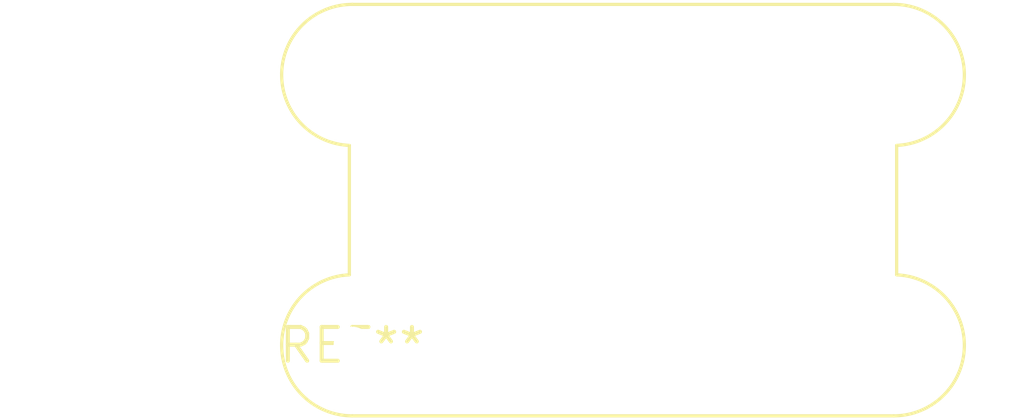
<source format=kicad_pcb>
(kicad_pcb (version 20240108) (generator pcbnew)
  (layers (0 "F.Cu" signal) (31 "B.Cu" signal) (34 "B.Paste" user) (35 "F.Paste" user) (36 "B.SilkS" user "B.Silkscreen") (37 "F.SilkS" user "F.Silkscreen") (38 "B.Mask" user) (39 "F.Mask" user) (44 "Edge.Cuts" user))
  (net 0 "")
  (footprint "L_Mount_Lodestone_VTM120" (layer "F.Cu") (at 0 0)
    (property "Reference" "REF**")
    (property "Value" "L_Mount_Lodestone_VTM120")
    (fp_line (start -0.11 -2.65) (end -0.11 -7.51) (layer "F.SilkS") (stroke (width 0.12)))
    (fp_line (start 0 -12.81) (end 20.32 -12.81) (layer "F.SilkS") (stroke (width 0.12)))
    (fp_line (start 0 2.65) (end 20.32 2.65) (layer "F.SilkS") (stroke (width 0.12)))
    (fp_line (start 20.43 -2.65) (end 20.43 -7.51) (layer "F.SilkS") (stroke (width 0.12)))
    (fp_arc (start -0.11097 -7.512325) (mid -2.649418 -10.215497) (end 0 -12.81) (layer "F.SilkS") (stroke (width 0.12)))
    (fp_arc (start 0 2.65) (mid -2.649419 0.055497) (end -0.11097 -2.647675) (layer "F.SilkS") (stroke (width 0.12)))
    (fp_arc (start 20.32 -12.81) (mid 22.969419 -10.215497) (end 20.43097 -7.512325) (layer "F.SilkS") (stroke (width 0.12)))
    (fp_arc (start 20.43097 -2.647675) (mid 22.969418 0.055497) (end 20.32 2.65) (layer "F.SilkS") (stroke (width 0.12)))
    (pad "1" thru_hole circle (at 0 0) (size 2.4 2.4) (drill 1.4) (layers *.Cu *.Mask) (remove_unused_layers))
    (pad "2" thru_hole circle (at 20.32 -10.16) (size 2.4 2.4) (drill 1.4) (layers *.Cu *.Mask) (remove_unused_layers))
    (pad "3" thru_hole circle (at 0 -10.16) (size 2.4 2.4) (drill 1.4) (layers *.Cu *.Mask) (remove_unused_layers))
    (pad "4" thru_hole circle (at 20.32 0) (size 2.4 2.4) (drill 1.4) (layers *.Cu *.Mask) (remove_unused_layers))
  )
)
</source>
